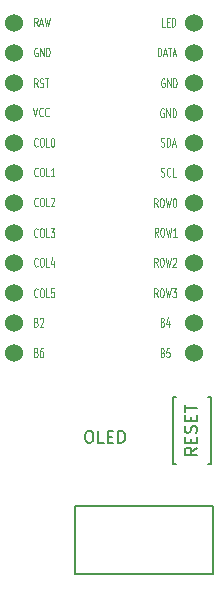
<source format=gto>
G04 #@! TF.GenerationSoftware,KiCad,Pcbnew,(7.0.0-0)*
G04 #@! TF.CreationDate,2023-04-28T12:14:11+03:00*
G04 #@! TF.ProjectId,chococorne,63686f63-6f63-46f7-926e-652e6b696361,2.1*
G04 #@! TF.SameCoordinates,Original*
G04 #@! TF.FileFunction,Legend,Top*
G04 #@! TF.FilePolarity,Positive*
%FSLAX46Y46*%
G04 Gerber Fmt 4.6, Leading zero omitted, Abs format (unit mm)*
G04 Created by KiCad (PCBNEW (7.0.0-0)) date 2023-04-28 12:14:11*
%MOMM*%
%LPD*%
G01*
G04 APERTURE LIST*
%ADD10C,0.150000*%
%ADD11C,0.125000*%
%ADD12C,1.524000*%
G04 APERTURE END LIST*
D10*
X144987380Y-96912381D02*
X144511190Y-97245714D01*
X144987380Y-97483809D02*
X143987380Y-97483809D01*
X143987380Y-97483809D02*
X143987380Y-97102857D01*
X143987380Y-97102857D02*
X144035000Y-97007619D01*
X144035000Y-97007619D02*
X144082619Y-96960000D01*
X144082619Y-96960000D02*
X144177857Y-96912381D01*
X144177857Y-96912381D02*
X144320714Y-96912381D01*
X144320714Y-96912381D02*
X144415952Y-96960000D01*
X144415952Y-96960000D02*
X144463571Y-97007619D01*
X144463571Y-97007619D02*
X144511190Y-97102857D01*
X144511190Y-97102857D02*
X144511190Y-97483809D01*
X144463571Y-96483809D02*
X144463571Y-96150476D01*
X144987380Y-96007619D02*
X144987380Y-96483809D01*
X144987380Y-96483809D02*
X143987380Y-96483809D01*
X143987380Y-96483809D02*
X143987380Y-96007619D01*
X144939761Y-95626666D02*
X144987380Y-95483809D01*
X144987380Y-95483809D02*
X144987380Y-95245714D01*
X144987380Y-95245714D02*
X144939761Y-95150476D01*
X144939761Y-95150476D02*
X144892142Y-95102857D01*
X144892142Y-95102857D02*
X144796904Y-95055238D01*
X144796904Y-95055238D02*
X144701666Y-95055238D01*
X144701666Y-95055238D02*
X144606428Y-95102857D01*
X144606428Y-95102857D02*
X144558809Y-95150476D01*
X144558809Y-95150476D02*
X144511190Y-95245714D01*
X144511190Y-95245714D02*
X144463571Y-95436190D01*
X144463571Y-95436190D02*
X144415952Y-95531428D01*
X144415952Y-95531428D02*
X144368333Y-95579047D01*
X144368333Y-95579047D02*
X144273095Y-95626666D01*
X144273095Y-95626666D02*
X144177857Y-95626666D01*
X144177857Y-95626666D02*
X144082619Y-95579047D01*
X144082619Y-95579047D02*
X144035000Y-95531428D01*
X144035000Y-95531428D02*
X143987380Y-95436190D01*
X143987380Y-95436190D02*
X143987380Y-95198095D01*
X143987380Y-95198095D02*
X144035000Y-95055238D01*
X144463571Y-94626666D02*
X144463571Y-94293333D01*
X144987380Y-94150476D02*
X144987380Y-94626666D01*
X144987380Y-94626666D02*
X143987380Y-94626666D01*
X143987380Y-94626666D02*
X143987380Y-94150476D01*
X143987380Y-93864761D02*
X143987380Y-93293333D01*
X144987380Y-93579047D02*
X143987380Y-93579047D01*
X135782619Y-95477380D02*
X135973095Y-95477380D01*
X135973095Y-95477380D02*
X136068333Y-95525000D01*
X136068333Y-95525000D02*
X136163571Y-95620238D01*
X136163571Y-95620238D02*
X136211190Y-95810714D01*
X136211190Y-95810714D02*
X136211190Y-96144047D01*
X136211190Y-96144047D02*
X136163571Y-96334523D01*
X136163571Y-96334523D02*
X136068333Y-96429761D01*
X136068333Y-96429761D02*
X135973095Y-96477380D01*
X135973095Y-96477380D02*
X135782619Y-96477380D01*
X135782619Y-96477380D02*
X135687381Y-96429761D01*
X135687381Y-96429761D02*
X135592143Y-96334523D01*
X135592143Y-96334523D02*
X135544524Y-96144047D01*
X135544524Y-96144047D02*
X135544524Y-95810714D01*
X135544524Y-95810714D02*
X135592143Y-95620238D01*
X135592143Y-95620238D02*
X135687381Y-95525000D01*
X135687381Y-95525000D02*
X135782619Y-95477380D01*
X137115952Y-96477380D02*
X136639762Y-96477380D01*
X136639762Y-96477380D02*
X136639762Y-95477380D01*
X137449286Y-95953571D02*
X137782619Y-95953571D01*
X137925476Y-96477380D02*
X137449286Y-96477380D01*
X137449286Y-96477380D02*
X137449286Y-95477380D01*
X137449286Y-95477380D02*
X137925476Y-95477380D01*
X138354048Y-96477380D02*
X138354048Y-95477380D01*
X138354048Y-95477380D02*
X138592143Y-95477380D01*
X138592143Y-95477380D02*
X138735000Y-95525000D01*
X138735000Y-95525000D02*
X138830238Y-95620238D01*
X138830238Y-95620238D02*
X138877857Y-95715476D01*
X138877857Y-95715476D02*
X138925476Y-95905952D01*
X138925476Y-95905952D02*
X138925476Y-96048809D01*
X138925476Y-96048809D02*
X138877857Y-96239285D01*
X138877857Y-96239285D02*
X138830238Y-96334523D01*
X138830238Y-96334523D02*
X138735000Y-96429761D01*
X138735000Y-96429761D02*
X138592143Y-96477380D01*
X138592143Y-96477380D02*
X138354048Y-96477380D01*
D11*
X131514761Y-73864107D02*
X131490952Y-73899821D01*
X131490952Y-73899821D02*
X131419523Y-73935535D01*
X131419523Y-73935535D02*
X131371904Y-73935535D01*
X131371904Y-73935535D02*
X131300476Y-73899821D01*
X131300476Y-73899821D02*
X131252857Y-73828392D01*
X131252857Y-73828392D02*
X131229047Y-73756964D01*
X131229047Y-73756964D02*
X131205238Y-73614107D01*
X131205238Y-73614107D02*
X131205238Y-73506964D01*
X131205238Y-73506964D02*
X131229047Y-73364107D01*
X131229047Y-73364107D02*
X131252857Y-73292678D01*
X131252857Y-73292678D02*
X131300476Y-73221250D01*
X131300476Y-73221250D02*
X131371904Y-73185535D01*
X131371904Y-73185535D02*
X131419523Y-73185535D01*
X131419523Y-73185535D02*
X131490952Y-73221250D01*
X131490952Y-73221250D02*
X131514761Y-73256964D01*
X131824285Y-73185535D02*
X131919523Y-73185535D01*
X131919523Y-73185535D02*
X131967142Y-73221250D01*
X131967142Y-73221250D02*
X132014761Y-73292678D01*
X132014761Y-73292678D02*
X132038571Y-73435535D01*
X132038571Y-73435535D02*
X132038571Y-73685535D01*
X132038571Y-73685535D02*
X132014761Y-73828392D01*
X132014761Y-73828392D02*
X131967142Y-73899821D01*
X131967142Y-73899821D02*
X131919523Y-73935535D01*
X131919523Y-73935535D02*
X131824285Y-73935535D01*
X131824285Y-73935535D02*
X131776666Y-73899821D01*
X131776666Y-73899821D02*
X131729047Y-73828392D01*
X131729047Y-73828392D02*
X131705238Y-73685535D01*
X131705238Y-73685535D02*
X131705238Y-73435535D01*
X131705238Y-73435535D02*
X131729047Y-73292678D01*
X131729047Y-73292678D02*
X131776666Y-73221250D01*
X131776666Y-73221250D02*
X131824285Y-73185535D01*
X132490952Y-73935535D02*
X132252857Y-73935535D01*
X132252857Y-73935535D02*
X132252857Y-73185535D01*
X132919524Y-73935535D02*
X132633810Y-73935535D01*
X132776667Y-73935535D02*
X132776667Y-73185535D01*
X132776667Y-73185535D02*
X132729048Y-73292678D01*
X132729048Y-73292678D02*
X132681429Y-73364107D01*
X132681429Y-73364107D02*
X132633810Y-73399821D01*
X141669047Y-84161035D02*
X141502381Y-83803892D01*
X141383333Y-84161035D02*
X141383333Y-83411035D01*
X141383333Y-83411035D02*
X141573809Y-83411035D01*
X141573809Y-83411035D02*
X141621428Y-83446750D01*
X141621428Y-83446750D02*
X141645238Y-83482464D01*
X141645238Y-83482464D02*
X141669047Y-83553892D01*
X141669047Y-83553892D02*
X141669047Y-83661035D01*
X141669047Y-83661035D02*
X141645238Y-83732464D01*
X141645238Y-83732464D02*
X141621428Y-83768178D01*
X141621428Y-83768178D02*
X141573809Y-83803892D01*
X141573809Y-83803892D02*
X141383333Y-83803892D01*
X141978571Y-83411035D02*
X142073809Y-83411035D01*
X142073809Y-83411035D02*
X142121428Y-83446750D01*
X142121428Y-83446750D02*
X142169047Y-83518178D01*
X142169047Y-83518178D02*
X142192857Y-83661035D01*
X142192857Y-83661035D02*
X142192857Y-83911035D01*
X142192857Y-83911035D02*
X142169047Y-84053892D01*
X142169047Y-84053892D02*
X142121428Y-84125321D01*
X142121428Y-84125321D02*
X142073809Y-84161035D01*
X142073809Y-84161035D02*
X141978571Y-84161035D01*
X141978571Y-84161035D02*
X141930952Y-84125321D01*
X141930952Y-84125321D02*
X141883333Y-84053892D01*
X141883333Y-84053892D02*
X141859524Y-83911035D01*
X141859524Y-83911035D02*
X141859524Y-83661035D01*
X141859524Y-83661035D02*
X141883333Y-83518178D01*
X141883333Y-83518178D02*
X141930952Y-83446750D01*
X141930952Y-83446750D02*
X141978571Y-83411035D01*
X142359524Y-83411035D02*
X142478572Y-84161035D01*
X142478572Y-84161035D02*
X142573810Y-83625321D01*
X142573810Y-83625321D02*
X142669048Y-84161035D01*
X142669048Y-84161035D02*
X142788096Y-83411035D01*
X142930953Y-83411035D02*
X143240477Y-83411035D01*
X143240477Y-83411035D02*
X143073810Y-83696750D01*
X143073810Y-83696750D02*
X143145239Y-83696750D01*
X143145239Y-83696750D02*
X143192858Y-83732464D01*
X143192858Y-83732464D02*
X143216667Y-83768178D01*
X143216667Y-83768178D02*
X143240477Y-83839607D01*
X143240477Y-83839607D02*
X143240477Y-84018178D01*
X143240477Y-84018178D02*
X143216667Y-84089607D01*
X143216667Y-84089607D02*
X143192858Y-84125321D01*
X143192858Y-84125321D02*
X143145239Y-84161035D01*
X143145239Y-84161035D02*
X143002382Y-84161035D01*
X143002382Y-84161035D02*
X142954763Y-84125321D01*
X142954763Y-84125321D02*
X142930953Y-84089607D01*
X142180047Y-68206750D02*
X142132428Y-68171035D01*
X142132428Y-68171035D02*
X142060999Y-68171035D01*
X142060999Y-68171035D02*
X141989571Y-68206750D01*
X141989571Y-68206750D02*
X141941952Y-68278178D01*
X141941952Y-68278178D02*
X141918142Y-68349607D01*
X141918142Y-68349607D02*
X141894333Y-68492464D01*
X141894333Y-68492464D02*
X141894333Y-68599607D01*
X141894333Y-68599607D02*
X141918142Y-68742464D01*
X141918142Y-68742464D02*
X141941952Y-68813892D01*
X141941952Y-68813892D02*
X141989571Y-68885321D01*
X141989571Y-68885321D02*
X142060999Y-68921035D01*
X142060999Y-68921035D02*
X142108618Y-68921035D01*
X142108618Y-68921035D02*
X142180047Y-68885321D01*
X142180047Y-68885321D02*
X142203856Y-68849607D01*
X142203856Y-68849607D02*
X142203856Y-68599607D01*
X142203856Y-68599607D02*
X142108618Y-68599607D01*
X142418142Y-68921035D02*
X142418142Y-68171035D01*
X142418142Y-68171035D02*
X142703856Y-68921035D01*
X142703856Y-68921035D02*
X142703856Y-68171035D01*
X142941952Y-68921035D02*
X142941952Y-68171035D01*
X142941952Y-68171035D02*
X143061000Y-68171035D01*
X143061000Y-68171035D02*
X143132428Y-68206750D01*
X143132428Y-68206750D02*
X143180047Y-68278178D01*
X143180047Y-68278178D02*
X143203857Y-68349607D01*
X143203857Y-68349607D02*
X143227666Y-68492464D01*
X143227666Y-68492464D02*
X143227666Y-68599607D01*
X143227666Y-68599607D02*
X143203857Y-68742464D01*
X143203857Y-68742464D02*
X143180047Y-68813892D01*
X143180047Y-68813892D02*
X143132428Y-68885321D01*
X143132428Y-68885321D02*
X143061000Y-68921035D01*
X143061000Y-68921035D02*
X142941952Y-68921035D01*
X131157619Y-68105535D02*
X131324285Y-68855535D01*
X131324285Y-68855535D02*
X131490952Y-68105535D01*
X131943332Y-68784107D02*
X131919523Y-68819821D01*
X131919523Y-68819821D02*
X131848094Y-68855535D01*
X131848094Y-68855535D02*
X131800475Y-68855535D01*
X131800475Y-68855535D02*
X131729047Y-68819821D01*
X131729047Y-68819821D02*
X131681428Y-68748392D01*
X131681428Y-68748392D02*
X131657618Y-68676964D01*
X131657618Y-68676964D02*
X131633809Y-68534107D01*
X131633809Y-68534107D02*
X131633809Y-68426964D01*
X131633809Y-68426964D02*
X131657618Y-68284107D01*
X131657618Y-68284107D02*
X131681428Y-68212678D01*
X131681428Y-68212678D02*
X131729047Y-68141250D01*
X131729047Y-68141250D02*
X131800475Y-68105535D01*
X131800475Y-68105535D02*
X131848094Y-68105535D01*
X131848094Y-68105535D02*
X131919523Y-68141250D01*
X131919523Y-68141250D02*
X131943332Y-68176964D01*
X132443332Y-68784107D02*
X132419523Y-68819821D01*
X132419523Y-68819821D02*
X132348094Y-68855535D01*
X132348094Y-68855535D02*
X132300475Y-68855535D01*
X132300475Y-68855535D02*
X132229047Y-68819821D01*
X132229047Y-68819821D02*
X132181428Y-68748392D01*
X132181428Y-68748392D02*
X132157618Y-68676964D01*
X132157618Y-68676964D02*
X132133809Y-68534107D01*
X132133809Y-68534107D02*
X132133809Y-68426964D01*
X132133809Y-68426964D02*
X132157618Y-68284107D01*
X132157618Y-68284107D02*
X132181428Y-68212678D01*
X132181428Y-68212678D02*
X132229047Y-68141250D01*
X132229047Y-68141250D02*
X132300475Y-68105535D01*
X132300475Y-68105535D02*
X132348094Y-68105535D01*
X132348094Y-68105535D02*
X132419523Y-68141250D01*
X132419523Y-68141250D02*
X132443332Y-68176964D01*
X131514761Y-81492107D02*
X131490952Y-81527821D01*
X131490952Y-81527821D02*
X131419523Y-81563535D01*
X131419523Y-81563535D02*
X131371904Y-81563535D01*
X131371904Y-81563535D02*
X131300476Y-81527821D01*
X131300476Y-81527821D02*
X131252857Y-81456392D01*
X131252857Y-81456392D02*
X131229047Y-81384964D01*
X131229047Y-81384964D02*
X131205238Y-81242107D01*
X131205238Y-81242107D02*
X131205238Y-81134964D01*
X131205238Y-81134964D02*
X131229047Y-80992107D01*
X131229047Y-80992107D02*
X131252857Y-80920678D01*
X131252857Y-80920678D02*
X131300476Y-80849250D01*
X131300476Y-80849250D02*
X131371904Y-80813535D01*
X131371904Y-80813535D02*
X131419523Y-80813535D01*
X131419523Y-80813535D02*
X131490952Y-80849250D01*
X131490952Y-80849250D02*
X131514761Y-80884964D01*
X131824285Y-80813535D02*
X131919523Y-80813535D01*
X131919523Y-80813535D02*
X131967142Y-80849250D01*
X131967142Y-80849250D02*
X132014761Y-80920678D01*
X132014761Y-80920678D02*
X132038571Y-81063535D01*
X132038571Y-81063535D02*
X132038571Y-81313535D01*
X132038571Y-81313535D02*
X132014761Y-81456392D01*
X132014761Y-81456392D02*
X131967142Y-81527821D01*
X131967142Y-81527821D02*
X131919523Y-81563535D01*
X131919523Y-81563535D02*
X131824285Y-81563535D01*
X131824285Y-81563535D02*
X131776666Y-81527821D01*
X131776666Y-81527821D02*
X131729047Y-81456392D01*
X131729047Y-81456392D02*
X131705238Y-81313535D01*
X131705238Y-81313535D02*
X131705238Y-81063535D01*
X131705238Y-81063535D02*
X131729047Y-80920678D01*
X131729047Y-80920678D02*
X131776666Y-80849250D01*
X131776666Y-80849250D02*
X131824285Y-80813535D01*
X132490952Y-81563535D02*
X132252857Y-81563535D01*
X132252857Y-81563535D02*
X132252857Y-80813535D01*
X132871905Y-81063535D02*
X132871905Y-81563535D01*
X132752857Y-80777821D02*
X132633810Y-81313535D01*
X132633810Y-81313535D02*
X132943333Y-81313535D01*
X131514761Y-78992107D02*
X131490952Y-79027821D01*
X131490952Y-79027821D02*
X131419523Y-79063535D01*
X131419523Y-79063535D02*
X131371904Y-79063535D01*
X131371904Y-79063535D02*
X131300476Y-79027821D01*
X131300476Y-79027821D02*
X131252857Y-78956392D01*
X131252857Y-78956392D02*
X131229047Y-78884964D01*
X131229047Y-78884964D02*
X131205238Y-78742107D01*
X131205238Y-78742107D02*
X131205238Y-78634964D01*
X131205238Y-78634964D02*
X131229047Y-78492107D01*
X131229047Y-78492107D02*
X131252857Y-78420678D01*
X131252857Y-78420678D02*
X131300476Y-78349250D01*
X131300476Y-78349250D02*
X131371904Y-78313535D01*
X131371904Y-78313535D02*
X131419523Y-78313535D01*
X131419523Y-78313535D02*
X131490952Y-78349250D01*
X131490952Y-78349250D02*
X131514761Y-78384964D01*
X131824285Y-78313535D02*
X131919523Y-78313535D01*
X131919523Y-78313535D02*
X131967142Y-78349250D01*
X131967142Y-78349250D02*
X132014761Y-78420678D01*
X132014761Y-78420678D02*
X132038571Y-78563535D01*
X132038571Y-78563535D02*
X132038571Y-78813535D01*
X132038571Y-78813535D02*
X132014761Y-78956392D01*
X132014761Y-78956392D02*
X131967142Y-79027821D01*
X131967142Y-79027821D02*
X131919523Y-79063535D01*
X131919523Y-79063535D02*
X131824285Y-79063535D01*
X131824285Y-79063535D02*
X131776666Y-79027821D01*
X131776666Y-79027821D02*
X131729047Y-78956392D01*
X131729047Y-78956392D02*
X131705238Y-78813535D01*
X131705238Y-78813535D02*
X131705238Y-78563535D01*
X131705238Y-78563535D02*
X131729047Y-78420678D01*
X131729047Y-78420678D02*
X131776666Y-78349250D01*
X131776666Y-78349250D02*
X131824285Y-78313535D01*
X132490952Y-79063535D02*
X132252857Y-79063535D01*
X132252857Y-79063535D02*
X132252857Y-78313535D01*
X132610000Y-78313535D02*
X132919524Y-78313535D01*
X132919524Y-78313535D02*
X132752857Y-78599250D01*
X132752857Y-78599250D02*
X132824286Y-78599250D01*
X132824286Y-78599250D02*
X132871905Y-78634964D01*
X132871905Y-78634964D02*
X132895714Y-78670678D01*
X132895714Y-78670678D02*
X132919524Y-78742107D01*
X132919524Y-78742107D02*
X132919524Y-78920678D01*
X132919524Y-78920678D02*
X132895714Y-78992107D01*
X132895714Y-78992107D02*
X132871905Y-79027821D01*
X132871905Y-79027821D02*
X132824286Y-79063535D01*
X132824286Y-79063535D02*
X132681429Y-79063535D01*
X132681429Y-79063535D02*
X132633810Y-79027821D01*
X132633810Y-79027821D02*
X132610000Y-78992107D01*
X141719047Y-79017535D02*
X141552381Y-78660392D01*
X141433333Y-79017535D02*
X141433333Y-78267535D01*
X141433333Y-78267535D02*
X141623809Y-78267535D01*
X141623809Y-78267535D02*
X141671428Y-78303250D01*
X141671428Y-78303250D02*
X141695238Y-78338964D01*
X141695238Y-78338964D02*
X141719047Y-78410392D01*
X141719047Y-78410392D02*
X141719047Y-78517535D01*
X141719047Y-78517535D02*
X141695238Y-78588964D01*
X141695238Y-78588964D02*
X141671428Y-78624678D01*
X141671428Y-78624678D02*
X141623809Y-78660392D01*
X141623809Y-78660392D02*
X141433333Y-78660392D01*
X142028571Y-78267535D02*
X142123809Y-78267535D01*
X142123809Y-78267535D02*
X142171428Y-78303250D01*
X142171428Y-78303250D02*
X142219047Y-78374678D01*
X142219047Y-78374678D02*
X142242857Y-78517535D01*
X142242857Y-78517535D02*
X142242857Y-78767535D01*
X142242857Y-78767535D02*
X142219047Y-78910392D01*
X142219047Y-78910392D02*
X142171428Y-78981821D01*
X142171428Y-78981821D02*
X142123809Y-79017535D01*
X142123809Y-79017535D02*
X142028571Y-79017535D01*
X142028571Y-79017535D02*
X141980952Y-78981821D01*
X141980952Y-78981821D02*
X141933333Y-78910392D01*
X141933333Y-78910392D02*
X141909524Y-78767535D01*
X141909524Y-78767535D02*
X141909524Y-78517535D01*
X141909524Y-78517535D02*
X141933333Y-78374678D01*
X141933333Y-78374678D02*
X141980952Y-78303250D01*
X141980952Y-78303250D02*
X142028571Y-78267535D01*
X142409524Y-78267535D02*
X142528572Y-79017535D01*
X142528572Y-79017535D02*
X142623810Y-78481821D01*
X142623810Y-78481821D02*
X142719048Y-79017535D01*
X142719048Y-79017535D02*
X142838096Y-78267535D01*
X143290477Y-79017535D02*
X143004763Y-79017535D01*
X143147620Y-79017535D02*
X143147620Y-78267535D01*
X143147620Y-78267535D02*
X143100001Y-78374678D01*
X143100001Y-78374678D02*
X143052382Y-78446107D01*
X143052382Y-78446107D02*
X143004763Y-78481821D01*
X131514761Y-84087607D02*
X131490952Y-84123321D01*
X131490952Y-84123321D02*
X131419523Y-84159035D01*
X131419523Y-84159035D02*
X131371904Y-84159035D01*
X131371904Y-84159035D02*
X131300476Y-84123321D01*
X131300476Y-84123321D02*
X131252857Y-84051892D01*
X131252857Y-84051892D02*
X131229047Y-83980464D01*
X131229047Y-83980464D02*
X131205238Y-83837607D01*
X131205238Y-83837607D02*
X131205238Y-83730464D01*
X131205238Y-83730464D02*
X131229047Y-83587607D01*
X131229047Y-83587607D02*
X131252857Y-83516178D01*
X131252857Y-83516178D02*
X131300476Y-83444750D01*
X131300476Y-83444750D02*
X131371904Y-83409035D01*
X131371904Y-83409035D02*
X131419523Y-83409035D01*
X131419523Y-83409035D02*
X131490952Y-83444750D01*
X131490952Y-83444750D02*
X131514761Y-83480464D01*
X131824285Y-83409035D02*
X131919523Y-83409035D01*
X131919523Y-83409035D02*
X131967142Y-83444750D01*
X131967142Y-83444750D02*
X132014761Y-83516178D01*
X132014761Y-83516178D02*
X132038571Y-83659035D01*
X132038571Y-83659035D02*
X132038571Y-83909035D01*
X132038571Y-83909035D02*
X132014761Y-84051892D01*
X132014761Y-84051892D02*
X131967142Y-84123321D01*
X131967142Y-84123321D02*
X131919523Y-84159035D01*
X131919523Y-84159035D02*
X131824285Y-84159035D01*
X131824285Y-84159035D02*
X131776666Y-84123321D01*
X131776666Y-84123321D02*
X131729047Y-84051892D01*
X131729047Y-84051892D02*
X131705238Y-83909035D01*
X131705238Y-83909035D02*
X131705238Y-83659035D01*
X131705238Y-83659035D02*
X131729047Y-83516178D01*
X131729047Y-83516178D02*
X131776666Y-83444750D01*
X131776666Y-83444750D02*
X131824285Y-83409035D01*
X132490952Y-84159035D02*
X132252857Y-84159035D01*
X132252857Y-84159035D02*
X132252857Y-83409035D01*
X132895714Y-83409035D02*
X132657619Y-83409035D01*
X132657619Y-83409035D02*
X132633810Y-83766178D01*
X132633810Y-83766178D02*
X132657619Y-83730464D01*
X132657619Y-83730464D02*
X132705238Y-83694750D01*
X132705238Y-83694750D02*
X132824286Y-83694750D01*
X132824286Y-83694750D02*
X132871905Y-83730464D01*
X132871905Y-83730464D02*
X132895714Y-83766178D01*
X132895714Y-83766178D02*
X132919524Y-83837607D01*
X132919524Y-83837607D02*
X132919524Y-84016178D01*
X132919524Y-84016178D02*
X132895714Y-84087607D01*
X132895714Y-84087607D02*
X132871905Y-84123321D01*
X132871905Y-84123321D02*
X132824286Y-84159035D01*
X132824286Y-84159035D02*
X132705238Y-84159035D01*
X132705238Y-84159035D02*
X132657619Y-84123321D01*
X132657619Y-84123321D02*
X132633810Y-84087607D01*
X141953858Y-71361821D02*
X142025286Y-71397535D01*
X142025286Y-71397535D02*
X142144334Y-71397535D01*
X142144334Y-71397535D02*
X142191953Y-71361821D01*
X142191953Y-71361821D02*
X142215762Y-71326107D01*
X142215762Y-71326107D02*
X142239572Y-71254678D01*
X142239572Y-71254678D02*
X142239572Y-71183250D01*
X142239572Y-71183250D02*
X142215762Y-71111821D01*
X142215762Y-71111821D02*
X142191953Y-71076107D01*
X142191953Y-71076107D02*
X142144334Y-71040392D01*
X142144334Y-71040392D02*
X142049096Y-71004678D01*
X142049096Y-71004678D02*
X142001477Y-70968964D01*
X142001477Y-70968964D02*
X141977667Y-70933250D01*
X141977667Y-70933250D02*
X141953858Y-70861821D01*
X141953858Y-70861821D02*
X141953858Y-70790392D01*
X141953858Y-70790392D02*
X141977667Y-70718964D01*
X141977667Y-70718964D02*
X142001477Y-70683250D01*
X142001477Y-70683250D02*
X142049096Y-70647535D01*
X142049096Y-70647535D02*
X142168143Y-70647535D01*
X142168143Y-70647535D02*
X142239572Y-70683250D01*
X142453857Y-71397535D02*
X142453857Y-70647535D01*
X142453857Y-70647535D02*
X142572905Y-70647535D01*
X142572905Y-70647535D02*
X142644333Y-70683250D01*
X142644333Y-70683250D02*
X142691952Y-70754678D01*
X142691952Y-70754678D02*
X142715762Y-70826107D01*
X142715762Y-70826107D02*
X142739571Y-70968964D01*
X142739571Y-70968964D02*
X142739571Y-71076107D01*
X142739571Y-71076107D02*
X142715762Y-71218964D01*
X142715762Y-71218964D02*
X142691952Y-71290392D01*
X142691952Y-71290392D02*
X142644333Y-71361821D01*
X142644333Y-71361821D02*
X142572905Y-71397535D01*
X142572905Y-71397535D02*
X142453857Y-71397535D01*
X142930048Y-71183250D02*
X143168143Y-71183250D01*
X142882429Y-71397535D02*
X143049095Y-70647535D01*
X143049095Y-70647535D02*
X143215762Y-71397535D01*
X141669047Y-76515535D02*
X141502381Y-76158392D01*
X141383333Y-76515535D02*
X141383333Y-75765535D01*
X141383333Y-75765535D02*
X141573809Y-75765535D01*
X141573809Y-75765535D02*
X141621428Y-75801250D01*
X141621428Y-75801250D02*
X141645238Y-75836964D01*
X141645238Y-75836964D02*
X141669047Y-75908392D01*
X141669047Y-75908392D02*
X141669047Y-76015535D01*
X141669047Y-76015535D02*
X141645238Y-76086964D01*
X141645238Y-76086964D02*
X141621428Y-76122678D01*
X141621428Y-76122678D02*
X141573809Y-76158392D01*
X141573809Y-76158392D02*
X141383333Y-76158392D01*
X141978571Y-75765535D02*
X142073809Y-75765535D01*
X142073809Y-75765535D02*
X142121428Y-75801250D01*
X142121428Y-75801250D02*
X142169047Y-75872678D01*
X142169047Y-75872678D02*
X142192857Y-76015535D01*
X142192857Y-76015535D02*
X142192857Y-76265535D01*
X142192857Y-76265535D02*
X142169047Y-76408392D01*
X142169047Y-76408392D02*
X142121428Y-76479821D01*
X142121428Y-76479821D02*
X142073809Y-76515535D01*
X142073809Y-76515535D02*
X141978571Y-76515535D01*
X141978571Y-76515535D02*
X141930952Y-76479821D01*
X141930952Y-76479821D02*
X141883333Y-76408392D01*
X141883333Y-76408392D02*
X141859524Y-76265535D01*
X141859524Y-76265535D02*
X141859524Y-76015535D01*
X141859524Y-76015535D02*
X141883333Y-75872678D01*
X141883333Y-75872678D02*
X141930952Y-75801250D01*
X141930952Y-75801250D02*
X141978571Y-75765535D01*
X142359524Y-75765535D02*
X142478572Y-76515535D01*
X142478572Y-76515535D02*
X142573810Y-75979821D01*
X142573810Y-75979821D02*
X142669048Y-76515535D01*
X142669048Y-76515535D02*
X142788096Y-75765535D01*
X143073810Y-75765535D02*
X143121429Y-75765535D01*
X143121429Y-75765535D02*
X143169048Y-75801250D01*
X143169048Y-75801250D02*
X143192858Y-75836964D01*
X143192858Y-75836964D02*
X143216667Y-75908392D01*
X143216667Y-75908392D02*
X143240477Y-76051250D01*
X143240477Y-76051250D02*
X143240477Y-76229821D01*
X143240477Y-76229821D02*
X143216667Y-76372678D01*
X143216667Y-76372678D02*
X143192858Y-76444107D01*
X143192858Y-76444107D02*
X143169048Y-76479821D01*
X143169048Y-76479821D02*
X143121429Y-76515535D01*
X143121429Y-76515535D02*
X143073810Y-76515535D01*
X143073810Y-76515535D02*
X143026191Y-76479821D01*
X143026191Y-76479821D02*
X143002382Y-76444107D01*
X143002382Y-76444107D02*
X142978572Y-76372678D01*
X142978572Y-76372678D02*
X142954763Y-76229821D01*
X142954763Y-76229821D02*
X142954763Y-76051250D01*
X142954763Y-76051250D02*
X142978572Y-75908392D01*
X142978572Y-75908392D02*
X143002382Y-75836964D01*
X143002382Y-75836964D02*
X143026191Y-75801250D01*
X143026191Y-75801250D02*
X143073810Y-75765535D01*
X141700000Y-63765535D02*
X141700000Y-63015535D01*
X141700000Y-63015535D02*
X141819048Y-63015535D01*
X141819048Y-63015535D02*
X141890476Y-63051250D01*
X141890476Y-63051250D02*
X141938095Y-63122678D01*
X141938095Y-63122678D02*
X141961905Y-63194107D01*
X141961905Y-63194107D02*
X141985714Y-63336964D01*
X141985714Y-63336964D02*
X141985714Y-63444107D01*
X141985714Y-63444107D02*
X141961905Y-63586964D01*
X141961905Y-63586964D02*
X141938095Y-63658392D01*
X141938095Y-63658392D02*
X141890476Y-63729821D01*
X141890476Y-63729821D02*
X141819048Y-63765535D01*
X141819048Y-63765535D02*
X141700000Y-63765535D01*
X142176191Y-63551250D02*
X142414286Y-63551250D01*
X142128572Y-63765535D02*
X142295238Y-63015535D01*
X142295238Y-63015535D02*
X142461905Y-63765535D01*
X142557143Y-63015535D02*
X142842857Y-63015535D01*
X142700000Y-63765535D02*
X142700000Y-63015535D01*
X142985714Y-63551250D02*
X143223809Y-63551250D01*
X142938095Y-63765535D02*
X143104761Y-63015535D01*
X143104761Y-63015535D02*
X143271428Y-63765535D01*
X131514761Y-61235535D02*
X131348095Y-60878392D01*
X131229047Y-61235535D02*
X131229047Y-60485535D01*
X131229047Y-60485535D02*
X131419523Y-60485535D01*
X131419523Y-60485535D02*
X131467142Y-60521250D01*
X131467142Y-60521250D02*
X131490952Y-60556964D01*
X131490952Y-60556964D02*
X131514761Y-60628392D01*
X131514761Y-60628392D02*
X131514761Y-60735535D01*
X131514761Y-60735535D02*
X131490952Y-60806964D01*
X131490952Y-60806964D02*
X131467142Y-60842678D01*
X131467142Y-60842678D02*
X131419523Y-60878392D01*
X131419523Y-60878392D02*
X131229047Y-60878392D01*
X131705238Y-61021250D02*
X131943333Y-61021250D01*
X131657619Y-61235535D02*
X131824285Y-60485535D01*
X131824285Y-60485535D02*
X131990952Y-61235535D01*
X132109999Y-60485535D02*
X132229047Y-61235535D01*
X132229047Y-61235535D02*
X132324285Y-60699821D01*
X132324285Y-60699821D02*
X132419523Y-61235535D01*
X132419523Y-61235535D02*
X132538571Y-60485535D01*
X141669047Y-81565535D02*
X141502381Y-81208392D01*
X141383333Y-81565535D02*
X141383333Y-80815535D01*
X141383333Y-80815535D02*
X141573809Y-80815535D01*
X141573809Y-80815535D02*
X141621428Y-80851250D01*
X141621428Y-80851250D02*
X141645238Y-80886964D01*
X141645238Y-80886964D02*
X141669047Y-80958392D01*
X141669047Y-80958392D02*
X141669047Y-81065535D01*
X141669047Y-81065535D02*
X141645238Y-81136964D01*
X141645238Y-81136964D02*
X141621428Y-81172678D01*
X141621428Y-81172678D02*
X141573809Y-81208392D01*
X141573809Y-81208392D02*
X141383333Y-81208392D01*
X141978571Y-80815535D02*
X142073809Y-80815535D01*
X142073809Y-80815535D02*
X142121428Y-80851250D01*
X142121428Y-80851250D02*
X142169047Y-80922678D01*
X142169047Y-80922678D02*
X142192857Y-81065535D01*
X142192857Y-81065535D02*
X142192857Y-81315535D01*
X142192857Y-81315535D02*
X142169047Y-81458392D01*
X142169047Y-81458392D02*
X142121428Y-81529821D01*
X142121428Y-81529821D02*
X142073809Y-81565535D01*
X142073809Y-81565535D02*
X141978571Y-81565535D01*
X141978571Y-81565535D02*
X141930952Y-81529821D01*
X141930952Y-81529821D02*
X141883333Y-81458392D01*
X141883333Y-81458392D02*
X141859524Y-81315535D01*
X141859524Y-81315535D02*
X141859524Y-81065535D01*
X141859524Y-81065535D02*
X141883333Y-80922678D01*
X141883333Y-80922678D02*
X141930952Y-80851250D01*
X141930952Y-80851250D02*
X141978571Y-80815535D01*
X142359524Y-80815535D02*
X142478572Y-81565535D01*
X142478572Y-81565535D02*
X142573810Y-81029821D01*
X142573810Y-81029821D02*
X142669048Y-81565535D01*
X142669048Y-81565535D02*
X142788096Y-80815535D01*
X142954763Y-80886964D02*
X142978572Y-80851250D01*
X142978572Y-80851250D02*
X143026191Y-80815535D01*
X143026191Y-80815535D02*
X143145239Y-80815535D01*
X143145239Y-80815535D02*
X143192858Y-80851250D01*
X143192858Y-80851250D02*
X143216667Y-80886964D01*
X143216667Y-80886964D02*
X143240477Y-80958392D01*
X143240477Y-80958392D02*
X143240477Y-81029821D01*
X143240477Y-81029821D02*
X143216667Y-81136964D01*
X143216667Y-81136964D02*
X142930953Y-81565535D01*
X142930953Y-81565535D02*
X143240477Y-81565535D01*
X142278571Y-61237535D02*
X142040476Y-61237535D01*
X142040476Y-61237535D02*
X142040476Y-60487535D01*
X142445238Y-60844678D02*
X142611905Y-60844678D01*
X142683333Y-61237535D02*
X142445238Y-61237535D01*
X142445238Y-61237535D02*
X142445238Y-60487535D01*
X142445238Y-60487535D02*
X142683333Y-60487535D01*
X142897619Y-61237535D02*
X142897619Y-60487535D01*
X142897619Y-60487535D02*
X143016667Y-60487535D01*
X143016667Y-60487535D02*
X143088095Y-60523250D01*
X143088095Y-60523250D02*
X143135714Y-60594678D01*
X143135714Y-60594678D02*
X143159524Y-60666107D01*
X143159524Y-60666107D02*
X143183333Y-60808964D01*
X143183333Y-60808964D02*
X143183333Y-60916107D01*
X143183333Y-60916107D02*
X143159524Y-61058964D01*
X143159524Y-61058964D02*
X143135714Y-61130392D01*
X143135714Y-61130392D02*
X143088095Y-61201821D01*
X143088095Y-61201821D02*
X143016667Y-61237535D01*
X143016667Y-61237535D02*
X142897619Y-61237535D01*
X141965762Y-73901821D02*
X142037190Y-73937535D01*
X142037190Y-73937535D02*
X142156238Y-73937535D01*
X142156238Y-73937535D02*
X142203857Y-73901821D01*
X142203857Y-73901821D02*
X142227666Y-73866107D01*
X142227666Y-73866107D02*
X142251476Y-73794678D01*
X142251476Y-73794678D02*
X142251476Y-73723250D01*
X142251476Y-73723250D02*
X142227666Y-73651821D01*
X142227666Y-73651821D02*
X142203857Y-73616107D01*
X142203857Y-73616107D02*
X142156238Y-73580392D01*
X142156238Y-73580392D02*
X142061000Y-73544678D01*
X142061000Y-73544678D02*
X142013381Y-73508964D01*
X142013381Y-73508964D02*
X141989571Y-73473250D01*
X141989571Y-73473250D02*
X141965762Y-73401821D01*
X141965762Y-73401821D02*
X141965762Y-73330392D01*
X141965762Y-73330392D02*
X141989571Y-73258964D01*
X141989571Y-73258964D02*
X142013381Y-73223250D01*
X142013381Y-73223250D02*
X142061000Y-73187535D01*
X142061000Y-73187535D02*
X142180047Y-73187535D01*
X142180047Y-73187535D02*
X142251476Y-73223250D01*
X142751475Y-73866107D02*
X142727666Y-73901821D01*
X142727666Y-73901821D02*
X142656237Y-73937535D01*
X142656237Y-73937535D02*
X142608618Y-73937535D01*
X142608618Y-73937535D02*
X142537190Y-73901821D01*
X142537190Y-73901821D02*
X142489571Y-73830392D01*
X142489571Y-73830392D02*
X142465761Y-73758964D01*
X142465761Y-73758964D02*
X142441952Y-73616107D01*
X142441952Y-73616107D02*
X142441952Y-73508964D01*
X142441952Y-73508964D02*
X142465761Y-73366107D01*
X142465761Y-73366107D02*
X142489571Y-73294678D01*
X142489571Y-73294678D02*
X142537190Y-73223250D01*
X142537190Y-73223250D02*
X142608618Y-73187535D01*
X142608618Y-73187535D02*
X142656237Y-73187535D01*
X142656237Y-73187535D02*
X142727666Y-73223250D01*
X142727666Y-73223250D02*
X142751475Y-73258964D01*
X143203856Y-73937535D02*
X142965761Y-73937535D01*
X142965761Y-73937535D02*
X142965761Y-73187535D01*
X131395714Y-86270678D02*
X131467142Y-86306392D01*
X131467142Y-86306392D02*
X131490952Y-86342107D01*
X131490952Y-86342107D02*
X131514761Y-86413535D01*
X131514761Y-86413535D02*
X131514761Y-86520678D01*
X131514761Y-86520678D02*
X131490952Y-86592107D01*
X131490952Y-86592107D02*
X131467142Y-86627821D01*
X131467142Y-86627821D02*
X131419523Y-86663535D01*
X131419523Y-86663535D02*
X131229047Y-86663535D01*
X131229047Y-86663535D02*
X131229047Y-85913535D01*
X131229047Y-85913535D02*
X131395714Y-85913535D01*
X131395714Y-85913535D02*
X131443333Y-85949250D01*
X131443333Y-85949250D02*
X131467142Y-85984964D01*
X131467142Y-85984964D02*
X131490952Y-86056392D01*
X131490952Y-86056392D02*
X131490952Y-86127821D01*
X131490952Y-86127821D02*
X131467142Y-86199250D01*
X131467142Y-86199250D02*
X131443333Y-86234964D01*
X131443333Y-86234964D02*
X131395714Y-86270678D01*
X131395714Y-86270678D02*
X131229047Y-86270678D01*
X131705238Y-85984964D02*
X131729047Y-85949250D01*
X131729047Y-85949250D02*
X131776666Y-85913535D01*
X131776666Y-85913535D02*
X131895714Y-85913535D01*
X131895714Y-85913535D02*
X131943333Y-85949250D01*
X131943333Y-85949250D02*
X131967142Y-85984964D01*
X131967142Y-85984964D02*
X131990952Y-86056392D01*
X131990952Y-86056392D02*
X131990952Y-86127821D01*
X131990952Y-86127821D02*
X131967142Y-86234964D01*
X131967142Y-86234964D02*
X131681428Y-86663535D01*
X131681428Y-86663535D02*
X131990952Y-86663535D01*
X131514761Y-66379035D02*
X131348095Y-66021892D01*
X131229047Y-66379035D02*
X131229047Y-65629035D01*
X131229047Y-65629035D02*
X131419523Y-65629035D01*
X131419523Y-65629035D02*
X131467142Y-65664750D01*
X131467142Y-65664750D02*
X131490952Y-65700464D01*
X131490952Y-65700464D02*
X131514761Y-65771892D01*
X131514761Y-65771892D02*
X131514761Y-65879035D01*
X131514761Y-65879035D02*
X131490952Y-65950464D01*
X131490952Y-65950464D02*
X131467142Y-65986178D01*
X131467142Y-65986178D02*
X131419523Y-66021892D01*
X131419523Y-66021892D02*
X131229047Y-66021892D01*
X131705238Y-66343321D02*
X131776666Y-66379035D01*
X131776666Y-66379035D02*
X131895714Y-66379035D01*
X131895714Y-66379035D02*
X131943333Y-66343321D01*
X131943333Y-66343321D02*
X131967142Y-66307607D01*
X131967142Y-66307607D02*
X131990952Y-66236178D01*
X131990952Y-66236178D02*
X131990952Y-66164750D01*
X131990952Y-66164750D02*
X131967142Y-66093321D01*
X131967142Y-66093321D02*
X131943333Y-66057607D01*
X131943333Y-66057607D02*
X131895714Y-66021892D01*
X131895714Y-66021892D02*
X131800476Y-65986178D01*
X131800476Y-65986178D02*
X131752857Y-65950464D01*
X131752857Y-65950464D02*
X131729047Y-65914750D01*
X131729047Y-65914750D02*
X131705238Y-65843321D01*
X131705238Y-65843321D02*
X131705238Y-65771892D01*
X131705238Y-65771892D02*
X131729047Y-65700464D01*
X131729047Y-65700464D02*
X131752857Y-65664750D01*
X131752857Y-65664750D02*
X131800476Y-65629035D01*
X131800476Y-65629035D02*
X131919523Y-65629035D01*
X131919523Y-65629035D02*
X131990952Y-65664750D01*
X132133809Y-65629035D02*
X132419523Y-65629035D01*
X132276666Y-66379035D02*
X132276666Y-65629035D01*
X131514761Y-71342107D02*
X131490952Y-71377821D01*
X131490952Y-71377821D02*
X131419523Y-71413535D01*
X131419523Y-71413535D02*
X131371904Y-71413535D01*
X131371904Y-71413535D02*
X131300476Y-71377821D01*
X131300476Y-71377821D02*
X131252857Y-71306392D01*
X131252857Y-71306392D02*
X131229047Y-71234964D01*
X131229047Y-71234964D02*
X131205238Y-71092107D01*
X131205238Y-71092107D02*
X131205238Y-70984964D01*
X131205238Y-70984964D02*
X131229047Y-70842107D01*
X131229047Y-70842107D02*
X131252857Y-70770678D01*
X131252857Y-70770678D02*
X131300476Y-70699250D01*
X131300476Y-70699250D02*
X131371904Y-70663535D01*
X131371904Y-70663535D02*
X131419523Y-70663535D01*
X131419523Y-70663535D02*
X131490952Y-70699250D01*
X131490952Y-70699250D02*
X131514761Y-70734964D01*
X131824285Y-70663535D02*
X131919523Y-70663535D01*
X131919523Y-70663535D02*
X131967142Y-70699250D01*
X131967142Y-70699250D02*
X132014761Y-70770678D01*
X132014761Y-70770678D02*
X132038571Y-70913535D01*
X132038571Y-70913535D02*
X132038571Y-71163535D01*
X132038571Y-71163535D02*
X132014761Y-71306392D01*
X132014761Y-71306392D02*
X131967142Y-71377821D01*
X131967142Y-71377821D02*
X131919523Y-71413535D01*
X131919523Y-71413535D02*
X131824285Y-71413535D01*
X131824285Y-71413535D02*
X131776666Y-71377821D01*
X131776666Y-71377821D02*
X131729047Y-71306392D01*
X131729047Y-71306392D02*
X131705238Y-71163535D01*
X131705238Y-71163535D02*
X131705238Y-70913535D01*
X131705238Y-70913535D02*
X131729047Y-70770678D01*
X131729047Y-70770678D02*
X131776666Y-70699250D01*
X131776666Y-70699250D02*
X131824285Y-70663535D01*
X132490952Y-71413535D02*
X132252857Y-71413535D01*
X132252857Y-71413535D02*
X132252857Y-70663535D01*
X132752857Y-70663535D02*
X132800476Y-70663535D01*
X132800476Y-70663535D02*
X132848095Y-70699250D01*
X132848095Y-70699250D02*
X132871905Y-70734964D01*
X132871905Y-70734964D02*
X132895714Y-70806392D01*
X132895714Y-70806392D02*
X132919524Y-70949250D01*
X132919524Y-70949250D02*
X132919524Y-71127821D01*
X132919524Y-71127821D02*
X132895714Y-71270678D01*
X132895714Y-71270678D02*
X132871905Y-71342107D01*
X132871905Y-71342107D02*
X132848095Y-71377821D01*
X132848095Y-71377821D02*
X132800476Y-71413535D01*
X132800476Y-71413535D02*
X132752857Y-71413535D01*
X132752857Y-71413535D02*
X132705238Y-71377821D01*
X132705238Y-71377821D02*
X132681429Y-71342107D01*
X132681429Y-71342107D02*
X132657619Y-71270678D01*
X132657619Y-71270678D02*
X132633810Y-71127821D01*
X132633810Y-71127821D02*
X132633810Y-70949250D01*
X132633810Y-70949250D02*
X132657619Y-70806392D01*
X132657619Y-70806392D02*
X132681429Y-70734964D01*
X132681429Y-70734964D02*
X132705238Y-70699250D01*
X132705238Y-70699250D02*
X132752857Y-70663535D01*
X131395714Y-88820678D02*
X131467142Y-88856392D01*
X131467142Y-88856392D02*
X131490952Y-88892107D01*
X131490952Y-88892107D02*
X131514761Y-88963535D01*
X131514761Y-88963535D02*
X131514761Y-89070678D01*
X131514761Y-89070678D02*
X131490952Y-89142107D01*
X131490952Y-89142107D02*
X131467142Y-89177821D01*
X131467142Y-89177821D02*
X131419523Y-89213535D01*
X131419523Y-89213535D02*
X131229047Y-89213535D01*
X131229047Y-89213535D02*
X131229047Y-88463535D01*
X131229047Y-88463535D02*
X131395714Y-88463535D01*
X131395714Y-88463535D02*
X131443333Y-88499250D01*
X131443333Y-88499250D02*
X131467142Y-88534964D01*
X131467142Y-88534964D02*
X131490952Y-88606392D01*
X131490952Y-88606392D02*
X131490952Y-88677821D01*
X131490952Y-88677821D02*
X131467142Y-88749250D01*
X131467142Y-88749250D02*
X131443333Y-88784964D01*
X131443333Y-88784964D02*
X131395714Y-88820678D01*
X131395714Y-88820678D02*
X131229047Y-88820678D01*
X131943333Y-88463535D02*
X131848095Y-88463535D01*
X131848095Y-88463535D02*
X131800476Y-88499250D01*
X131800476Y-88499250D02*
X131776666Y-88534964D01*
X131776666Y-88534964D02*
X131729047Y-88642107D01*
X131729047Y-88642107D02*
X131705238Y-88784964D01*
X131705238Y-88784964D02*
X131705238Y-89070678D01*
X131705238Y-89070678D02*
X131729047Y-89142107D01*
X131729047Y-89142107D02*
X131752857Y-89177821D01*
X131752857Y-89177821D02*
X131800476Y-89213535D01*
X131800476Y-89213535D02*
X131895714Y-89213535D01*
X131895714Y-89213535D02*
X131943333Y-89177821D01*
X131943333Y-89177821D02*
X131967142Y-89142107D01*
X131967142Y-89142107D02*
X131990952Y-89070678D01*
X131990952Y-89070678D02*
X131990952Y-88892107D01*
X131990952Y-88892107D02*
X131967142Y-88820678D01*
X131967142Y-88820678D02*
X131943333Y-88784964D01*
X131943333Y-88784964D02*
X131895714Y-88749250D01*
X131895714Y-88749250D02*
X131800476Y-88749250D01*
X131800476Y-88749250D02*
X131752857Y-88784964D01*
X131752857Y-88784964D02*
X131729047Y-88820678D01*
X131729047Y-88820678D02*
X131705238Y-88892107D01*
X131514761Y-76404107D02*
X131490952Y-76439821D01*
X131490952Y-76439821D02*
X131419523Y-76475535D01*
X131419523Y-76475535D02*
X131371904Y-76475535D01*
X131371904Y-76475535D02*
X131300476Y-76439821D01*
X131300476Y-76439821D02*
X131252857Y-76368392D01*
X131252857Y-76368392D02*
X131229047Y-76296964D01*
X131229047Y-76296964D02*
X131205238Y-76154107D01*
X131205238Y-76154107D02*
X131205238Y-76046964D01*
X131205238Y-76046964D02*
X131229047Y-75904107D01*
X131229047Y-75904107D02*
X131252857Y-75832678D01*
X131252857Y-75832678D02*
X131300476Y-75761250D01*
X131300476Y-75761250D02*
X131371904Y-75725535D01*
X131371904Y-75725535D02*
X131419523Y-75725535D01*
X131419523Y-75725535D02*
X131490952Y-75761250D01*
X131490952Y-75761250D02*
X131514761Y-75796964D01*
X131824285Y-75725535D02*
X131919523Y-75725535D01*
X131919523Y-75725535D02*
X131967142Y-75761250D01*
X131967142Y-75761250D02*
X132014761Y-75832678D01*
X132014761Y-75832678D02*
X132038571Y-75975535D01*
X132038571Y-75975535D02*
X132038571Y-76225535D01*
X132038571Y-76225535D02*
X132014761Y-76368392D01*
X132014761Y-76368392D02*
X131967142Y-76439821D01*
X131967142Y-76439821D02*
X131919523Y-76475535D01*
X131919523Y-76475535D02*
X131824285Y-76475535D01*
X131824285Y-76475535D02*
X131776666Y-76439821D01*
X131776666Y-76439821D02*
X131729047Y-76368392D01*
X131729047Y-76368392D02*
X131705238Y-76225535D01*
X131705238Y-76225535D02*
X131705238Y-75975535D01*
X131705238Y-75975535D02*
X131729047Y-75832678D01*
X131729047Y-75832678D02*
X131776666Y-75761250D01*
X131776666Y-75761250D02*
X131824285Y-75725535D01*
X132490952Y-76475535D02*
X132252857Y-76475535D01*
X132252857Y-76475535D02*
X132252857Y-75725535D01*
X132633810Y-75796964D02*
X132657619Y-75761250D01*
X132657619Y-75761250D02*
X132705238Y-75725535D01*
X132705238Y-75725535D02*
X132824286Y-75725535D01*
X132824286Y-75725535D02*
X132871905Y-75761250D01*
X132871905Y-75761250D02*
X132895714Y-75796964D01*
X132895714Y-75796964D02*
X132919524Y-75868392D01*
X132919524Y-75868392D02*
X132919524Y-75939821D01*
X132919524Y-75939821D02*
X132895714Y-76046964D01*
X132895714Y-76046964D02*
X132610000Y-76475535D01*
X132610000Y-76475535D02*
X132919524Y-76475535D01*
X142097619Y-88848178D02*
X142169047Y-88883892D01*
X142169047Y-88883892D02*
X142192857Y-88919607D01*
X142192857Y-88919607D02*
X142216666Y-88991035D01*
X142216666Y-88991035D02*
X142216666Y-89098178D01*
X142216666Y-89098178D02*
X142192857Y-89169607D01*
X142192857Y-89169607D02*
X142169047Y-89205321D01*
X142169047Y-89205321D02*
X142121428Y-89241035D01*
X142121428Y-89241035D02*
X141930952Y-89241035D01*
X141930952Y-89241035D02*
X141930952Y-88491035D01*
X141930952Y-88491035D02*
X142097619Y-88491035D01*
X142097619Y-88491035D02*
X142145238Y-88526750D01*
X142145238Y-88526750D02*
X142169047Y-88562464D01*
X142169047Y-88562464D02*
X142192857Y-88633892D01*
X142192857Y-88633892D02*
X142192857Y-88705321D01*
X142192857Y-88705321D02*
X142169047Y-88776750D01*
X142169047Y-88776750D02*
X142145238Y-88812464D01*
X142145238Y-88812464D02*
X142097619Y-88848178D01*
X142097619Y-88848178D02*
X141930952Y-88848178D01*
X142669047Y-88491035D02*
X142430952Y-88491035D01*
X142430952Y-88491035D02*
X142407143Y-88848178D01*
X142407143Y-88848178D02*
X142430952Y-88812464D01*
X142430952Y-88812464D02*
X142478571Y-88776750D01*
X142478571Y-88776750D02*
X142597619Y-88776750D01*
X142597619Y-88776750D02*
X142645238Y-88812464D01*
X142645238Y-88812464D02*
X142669047Y-88848178D01*
X142669047Y-88848178D02*
X142692857Y-88919607D01*
X142692857Y-88919607D02*
X142692857Y-89098178D01*
X142692857Y-89098178D02*
X142669047Y-89169607D01*
X142669047Y-89169607D02*
X142645238Y-89205321D01*
X142645238Y-89205321D02*
X142597619Y-89241035D01*
X142597619Y-89241035D02*
X142478571Y-89241035D01*
X142478571Y-89241035D02*
X142430952Y-89205321D01*
X142430952Y-89205321D02*
X142407143Y-89169607D01*
X131490952Y-63061250D02*
X131443333Y-63025535D01*
X131443333Y-63025535D02*
X131371904Y-63025535D01*
X131371904Y-63025535D02*
X131300476Y-63061250D01*
X131300476Y-63061250D02*
X131252857Y-63132678D01*
X131252857Y-63132678D02*
X131229047Y-63204107D01*
X131229047Y-63204107D02*
X131205238Y-63346964D01*
X131205238Y-63346964D02*
X131205238Y-63454107D01*
X131205238Y-63454107D02*
X131229047Y-63596964D01*
X131229047Y-63596964D02*
X131252857Y-63668392D01*
X131252857Y-63668392D02*
X131300476Y-63739821D01*
X131300476Y-63739821D02*
X131371904Y-63775535D01*
X131371904Y-63775535D02*
X131419523Y-63775535D01*
X131419523Y-63775535D02*
X131490952Y-63739821D01*
X131490952Y-63739821D02*
X131514761Y-63704107D01*
X131514761Y-63704107D02*
X131514761Y-63454107D01*
X131514761Y-63454107D02*
X131419523Y-63454107D01*
X131729047Y-63775535D02*
X131729047Y-63025535D01*
X131729047Y-63025535D02*
X132014761Y-63775535D01*
X132014761Y-63775535D02*
X132014761Y-63025535D01*
X132252857Y-63775535D02*
X132252857Y-63025535D01*
X132252857Y-63025535D02*
X132371905Y-63025535D01*
X132371905Y-63025535D02*
X132443333Y-63061250D01*
X132443333Y-63061250D02*
X132490952Y-63132678D01*
X132490952Y-63132678D02*
X132514762Y-63204107D01*
X132514762Y-63204107D02*
X132538571Y-63346964D01*
X132538571Y-63346964D02*
X132538571Y-63454107D01*
X132538571Y-63454107D02*
X132514762Y-63596964D01*
X132514762Y-63596964D02*
X132490952Y-63668392D01*
X132490952Y-63668392D02*
X132443333Y-63739821D01*
X132443333Y-63739821D02*
X132371905Y-63775535D01*
X132371905Y-63775535D02*
X132252857Y-63775535D01*
X142243547Y-65666750D02*
X142195928Y-65631035D01*
X142195928Y-65631035D02*
X142124499Y-65631035D01*
X142124499Y-65631035D02*
X142053071Y-65666750D01*
X142053071Y-65666750D02*
X142005452Y-65738178D01*
X142005452Y-65738178D02*
X141981642Y-65809607D01*
X141981642Y-65809607D02*
X141957833Y-65952464D01*
X141957833Y-65952464D02*
X141957833Y-66059607D01*
X141957833Y-66059607D02*
X141981642Y-66202464D01*
X141981642Y-66202464D02*
X142005452Y-66273892D01*
X142005452Y-66273892D02*
X142053071Y-66345321D01*
X142053071Y-66345321D02*
X142124499Y-66381035D01*
X142124499Y-66381035D02*
X142172118Y-66381035D01*
X142172118Y-66381035D02*
X142243547Y-66345321D01*
X142243547Y-66345321D02*
X142267356Y-66309607D01*
X142267356Y-66309607D02*
X142267356Y-66059607D01*
X142267356Y-66059607D02*
X142172118Y-66059607D01*
X142481642Y-66381035D02*
X142481642Y-65631035D01*
X142481642Y-65631035D02*
X142767356Y-66381035D01*
X142767356Y-66381035D02*
X142767356Y-65631035D01*
X143005452Y-66381035D02*
X143005452Y-65631035D01*
X143005452Y-65631035D02*
X143124500Y-65631035D01*
X143124500Y-65631035D02*
X143195928Y-65666750D01*
X143195928Y-65666750D02*
X143243547Y-65738178D01*
X143243547Y-65738178D02*
X143267357Y-65809607D01*
X143267357Y-65809607D02*
X143291166Y-65952464D01*
X143291166Y-65952464D02*
X143291166Y-66059607D01*
X143291166Y-66059607D02*
X143267357Y-66202464D01*
X143267357Y-66202464D02*
X143243547Y-66273892D01*
X143243547Y-66273892D02*
X143195928Y-66345321D01*
X143195928Y-66345321D02*
X143124500Y-66381035D01*
X143124500Y-66381035D02*
X143005452Y-66381035D01*
X142097619Y-86244678D02*
X142169047Y-86280392D01*
X142169047Y-86280392D02*
X142192857Y-86316107D01*
X142192857Y-86316107D02*
X142216666Y-86387535D01*
X142216666Y-86387535D02*
X142216666Y-86494678D01*
X142216666Y-86494678D02*
X142192857Y-86566107D01*
X142192857Y-86566107D02*
X142169047Y-86601821D01*
X142169047Y-86601821D02*
X142121428Y-86637535D01*
X142121428Y-86637535D02*
X141930952Y-86637535D01*
X141930952Y-86637535D02*
X141930952Y-85887535D01*
X141930952Y-85887535D02*
X142097619Y-85887535D01*
X142097619Y-85887535D02*
X142145238Y-85923250D01*
X142145238Y-85923250D02*
X142169047Y-85958964D01*
X142169047Y-85958964D02*
X142192857Y-86030392D01*
X142192857Y-86030392D02*
X142192857Y-86101821D01*
X142192857Y-86101821D02*
X142169047Y-86173250D01*
X142169047Y-86173250D02*
X142145238Y-86208964D01*
X142145238Y-86208964D02*
X142097619Y-86244678D01*
X142097619Y-86244678D02*
X141930952Y-86244678D01*
X142645238Y-86137535D02*
X142645238Y-86637535D01*
X142526190Y-85851821D02*
X142407143Y-86387535D01*
X142407143Y-86387535D02*
X142716666Y-86387535D01*
D10*
X146220000Y-92610000D02*
X145970000Y-92610000D01*
X146220000Y-92610000D02*
X146220000Y-98310000D01*
X143020000Y-92610000D02*
X143270000Y-92610000D01*
X143020000Y-92610000D02*
X143020000Y-98310000D01*
X146220000Y-98310000D02*
X145970000Y-98310000D01*
X143020000Y-98310000D02*
X143270000Y-98310000D01*
X146400000Y-101800000D02*
X146400000Y-107600000D01*
X134650000Y-101800000D02*
X146400000Y-101800000D01*
X146400000Y-107600000D02*
X134650000Y-107600000D01*
X134650000Y-107600000D02*
X134650000Y-101800000D01*
D12*
X144756400Y-60962000D03*
X144756400Y-63502000D03*
X144756400Y-66042000D03*
X144756400Y-68582000D03*
X144756400Y-71122000D03*
X144756400Y-73662000D03*
X144756400Y-76202000D03*
X144756400Y-78742000D03*
X144756400Y-81282000D03*
X144756400Y-83822000D03*
X144756400Y-86362000D03*
X144756400Y-88902000D03*
X129536400Y-88902000D03*
X129536400Y-86362000D03*
X129536400Y-83822000D03*
X129536400Y-81282000D03*
X129536400Y-78742000D03*
X129536400Y-76202000D03*
X129536400Y-73662000D03*
X129536400Y-71122000D03*
X129536400Y-68582000D03*
X129536400Y-66042000D03*
X129536400Y-63502000D03*
X129536400Y-60962000D03*
M02*

</source>
